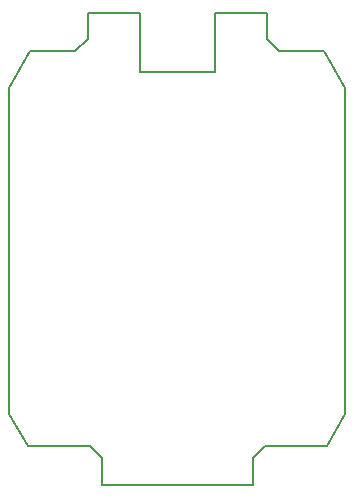
<source format=gbr>
%TF.GenerationSoftware,KiCad,Pcbnew,(5.1.9-0-10_14)*%
%TF.CreationDate,2021-09-13T12:25:13+02:00*%
%TF.ProjectId,SmartwatchPCB,536d6172-7477-4617-9463-685043422e6b,rev?*%
%TF.SameCoordinates,Original*%
%TF.FileFunction,Profile,NP*%
%FSLAX46Y46*%
G04 Gerber Fmt 4.6, Leading zero omitted, Abs format (unit mm)*
G04 Created by KiCad (PCBNEW (5.1.9-0-10_14)) date 2021-09-13 12:25:13*
%MOMM*%
%LPD*%
G01*
G04 APERTURE LIST*
%TA.AperFunction,Profile*%
%ADD10C,0.150000*%
%TD*%
G04 APERTURE END LIST*
D10*
X25238759Y-16675462D02*
X25238759Y-18886462D01*
X25238759Y-18886462D02*
X24193959Y-19931462D01*
X24193959Y-19931462D02*
X20381559Y-19931462D01*
X20381559Y-19931462D02*
X18599359Y-23018463D01*
X18599359Y-23018463D02*
X18599359Y-50638462D01*
X18599359Y-50638462D02*
X20154759Y-53332463D01*
X20154759Y-53332463D02*
X25425759Y-53332463D01*
X25425759Y-53332463D02*
X26425959Y-54332463D01*
X26425959Y-54332463D02*
X26425959Y-56680462D01*
X26425959Y-56680462D02*
X39207359Y-56680462D01*
X39207359Y-56680462D02*
X39207359Y-54332463D01*
X39207359Y-54332463D02*
X40208359Y-53332463D01*
X40208359Y-53332463D02*
X45479359Y-53332463D01*
X45479359Y-53332463D02*
X47034359Y-50638462D01*
X47034359Y-50638462D02*
X47034359Y-23018463D01*
X47034359Y-23018463D02*
X45252359Y-19931462D01*
X45252359Y-19931462D02*
X41439359Y-19931462D01*
X41439359Y-19931462D02*
X40395359Y-18886462D01*
X40395359Y-18886462D02*
X40395359Y-16675462D01*
X40395359Y-16675462D02*
X36005359Y-16675462D01*
X36005359Y-16675462D02*
X36005359Y-21672463D01*
X36005359Y-21672463D02*
X29627359Y-21672463D01*
X29627359Y-21672463D02*
X29627359Y-16675462D01*
X29627359Y-16675462D02*
X25238759Y-16675462D01*
X25238759Y-16675462D02*
X25238759Y-16675462D01*
M02*

</source>
